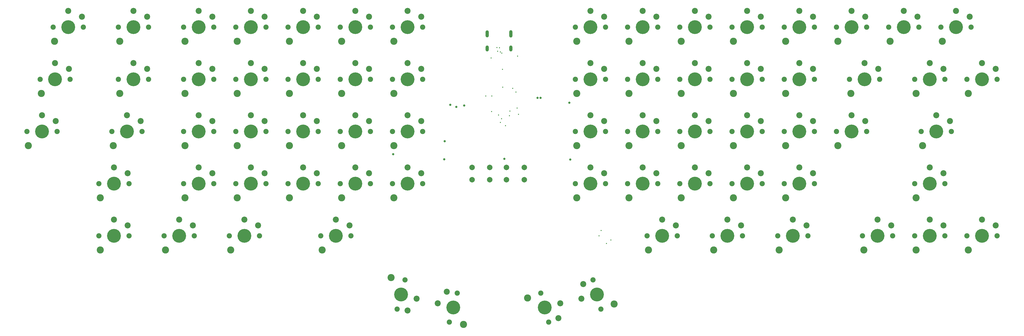
<source format=gbr>
%TF.GenerationSoftware,KiCad,Pcbnew,(6.0.10)*%
%TF.CreationDate,2023-02-07T21:59:56+13:00*%
%TF.ProjectId,orthoCode,6f727468-6f43-46f6-9465-2e6b69636164,rev?*%
%TF.SameCoordinates,Original*%
%TF.FileFunction,Soldermask,Bot*%
%TF.FilePolarity,Negative*%
%FSLAX46Y46*%
G04 Gerber Fmt 4.6, Leading zero omitted, Abs format (unit mm)*
G04 Created by KiCad (PCBNEW (6.0.10)) date 2023-02-07 21:59:56*
%MOMM*%
%LPD*%
G01*
G04 APERTURE LIST*
%ADD10C,2.000000*%
%ADD11C,2.200000*%
%ADD12C,2.600000*%
%ADD13C,5.050000*%
%ADD14C,1.900000*%
%ADD15O,1.200000X2.200000*%
%ADD16O,1.200000X2.700000*%
%ADD17O,1.200000X2.600000*%
%ADD18C,0.800000*%
%ADD19C,0.400000*%
G04 APERTURE END LIST*
D10*
%TO.C,BOOT1*%
X211650000Y-117900000D03*
X205150000Y-117900000D03*
X205150000Y-122400000D03*
X211650000Y-122400000D03*
%TD*%
D11*
%TO.C,K1:8*%
X233160387Y-160460133D03*
X232426038Y-165833282D03*
D12*
X244393613Y-167802961D03*
D13*
X238125000Y-164306250D03*
D14*
X236701495Y-158993658D03*
X239548505Y-169618842D03*
%TD*%
D11*
%TO.C,K1:1*%
X66912500Y-139075000D03*
X61912500Y-136975000D03*
D12*
X56912500Y-148025000D03*
D14*
X56412500Y-142875000D03*
D13*
X61912500Y-142875000D03*
D14*
X67412500Y-142875000D03*
%TD*%
D11*
%TO.C,K1:2*%
X90725000Y-139075000D03*
X85725000Y-136975000D03*
D14*
X80225000Y-142875000D03*
D12*
X80725000Y-148025000D03*
D13*
X85725000Y-142875000D03*
D14*
X91225000Y-142875000D03*
%TD*%
D11*
%TO.C,K1:3*%
X114537500Y-139075000D03*
X109537500Y-136975000D03*
D13*
X109537500Y-142875000D03*
D12*
X104537500Y-148025000D03*
D14*
X115037500Y-142875000D03*
X104037500Y-142875000D03*
%TD*%
D11*
%TO.C,K1:4*%
X147875000Y-139075000D03*
X142875000Y-136975000D03*
D12*
X137875000Y-148025000D03*
D14*
X148375000Y-142875000D03*
D13*
X142875000Y-142875000D03*
D14*
X137375000Y-142875000D03*
%TD*%
D11*
%TO.C,K1:5*%
X169063923Y-170119392D03*
X172386462Y-165833282D03*
D12*
X163007077Y-158143703D03*
D14*
X165263995Y-169618842D03*
D13*
X166687500Y-164306250D03*
D14*
X168111005Y-158993658D03*
%TD*%
D11*
%TO.C,K1:6*%
X183361077Y-163255608D03*
X180038538Y-167541718D03*
D13*
X185737500Y-169068750D03*
D14*
X184313995Y-174381342D03*
D12*
X189417923Y-175231297D03*
D14*
X187161005Y-163756158D03*
%TD*%
D11*
%TO.C,K1:7*%
X224039613Y-172914867D03*
X224773962Y-167541718D03*
D13*
X219075000Y-169068750D03*
D14*
X220498505Y-174381342D03*
D12*
X212806387Y-165572039D03*
D14*
X217651495Y-163756158D03*
%TD*%
D11*
%TO.C,K1:9*%
X266937500Y-139075000D03*
X261937500Y-136975000D03*
D13*
X261937500Y-142875000D03*
D12*
X256937500Y-148025000D03*
D14*
X256437500Y-142875000D03*
X267437500Y-142875000D03*
%TD*%
D11*
%TO.C,K1:10*%
X290750000Y-139075000D03*
X285750000Y-136975000D03*
D13*
X285750000Y-142875000D03*
D12*
X280750000Y-148025000D03*
D14*
X291250000Y-142875000D03*
X280250000Y-142875000D03*
%TD*%
D11*
%TO.C,K1:11*%
X314562500Y-139075000D03*
X309562500Y-136975000D03*
D14*
X315062500Y-142875000D03*
X304062500Y-142875000D03*
D13*
X309562500Y-142875000D03*
D12*
X304562500Y-148025000D03*
%TD*%
D11*
%TO.C,K1:12*%
X345518750Y-139075000D03*
X340518750Y-136975000D03*
D12*
X335518750Y-148025000D03*
D14*
X346018750Y-142875000D03*
X335018750Y-142875000D03*
D13*
X340518750Y-142875000D03*
%TD*%
D11*
%TO.C,K1:13*%
X364568750Y-139075000D03*
X359568750Y-136975000D03*
D12*
X354568750Y-148025000D03*
D13*
X359568750Y-142875000D03*
D14*
X365068750Y-142875000D03*
X354068750Y-142875000D03*
%TD*%
D11*
%TO.C,K1:14*%
X383618750Y-139075000D03*
X378618750Y-136975000D03*
D14*
X373118750Y-142875000D03*
D12*
X373618750Y-148025000D03*
D14*
X384118750Y-142875000D03*
D13*
X378618750Y-142875000D03*
%TD*%
D11*
%TO.C,K2:2*%
X97868750Y-120025000D03*
X92868750Y-117925000D03*
D14*
X98368750Y-123825000D03*
D13*
X92868750Y-123825000D03*
D12*
X87868750Y-128975000D03*
D14*
X87368750Y-123825000D03*
%TD*%
D11*
%TO.C,K2:3*%
X116918750Y-120025000D03*
X111918750Y-117925000D03*
D14*
X117418750Y-123825000D03*
D12*
X106918750Y-128975000D03*
D14*
X106418750Y-123825000D03*
D13*
X111918750Y-123825000D03*
%TD*%
D11*
%TO.C,K2:4*%
X135968750Y-120025000D03*
X130968750Y-117925000D03*
D13*
X130968750Y-123825000D03*
D12*
X125968750Y-128975000D03*
D14*
X125468750Y-123825000D03*
X136468750Y-123825000D03*
%TD*%
D11*
%TO.C,K2:5*%
X155018750Y-120025000D03*
X150018750Y-117925000D03*
D14*
X155518750Y-123825000D03*
D12*
X145018750Y-128975000D03*
D13*
X150018750Y-123825000D03*
D14*
X144518750Y-123825000D03*
%TD*%
D11*
%TO.C,K2:6*%
X174068750Y-120025000D03*
X169068750Y-117925000D03*
D13*
X169068750Y-123825000D03*
D14*
X163568750Y-123825000D03*
X174568750Y-123825000D03*
D12*
X164068750Y-128975000D03*
%TD*%
D11*
%TO.C,K2:7*%
X240743750Y-120025000D03*
X235743750Y-117925000D03*
D14*
X230243750Y-123825000D03*
X241243750Y-123825000D03*
D12*
X230743750Y-128975000D03*
D13*
X235743750Y-123825000D03*
%TD*%
D11*
%TO.C,K2:8*%
X259793750Y-120025000D03*
X254793750Y-117925000D03*
D12*
X249793750Y-128975000D03*
D14*
X260293750Y-123825000D03*
D13*
X254793750Y-123825000D03*
D14*
X249293750Y-123825000D03*
%TD*%
D11*
%TO.C,K2:9*%
X278843750Y-120025000D03*
X273843750Y-117925000D03*
D14*
X268343750Y-123825000D03*
D13*
X273843750Y-123825000D03*
D14*
X279343750Y-123825000D03*
D12*
X268843750Y-128975000D03*
%TD*%
D11*
%TO.C,K2:10*%
X297893750Y-120025000D03*
X292893750Y-117925000D03*
D14*
X298393750Y-123825000D03*
X287393750Y-123825000D03*
D12*
X287893750Y-128975000D03*
D13*
X292893750Y-123825000D03*
%TD*%
D11*
%TO.C,K2:11*%
X316943750Y-120025000D03*
X311943750Y-117925000D03*
D14*
X306443750Y-123825000D03*
X317443750Y-123825000D03*
D12*
X306943750Y-128975000D03*
D13*
X311943750Y-123825000D03*
%TD*%
D11*
%TO.C,K2:13*%
X364568750Y-120025000D03*
X359568750Y-117925000D03*
D12*
X354568750Y-128975000D03*
D13*
X359568750Y-123825000D03*
D14*
X365068750Y-123825000D03*
X354068750Y-123825000D03*
%TD*%
D11*
%TO.C,K3:0*%
X40718750Y-100975000D03*
X35718750Y-98875000D03*
D12*
X30718750Y-109925000D03*
D13*
X35718750Y-104775000D03*
D14*
X30218750Y-104775000D03*
X41218750Y-104775000D03*
%TD*%
D11*
%TO.C,K3:1*%
X71675000Y-100975000D03*
X66675000Y-98875000D03*
D13*
X66675000Y-104775000D03*
D14*
X61175000Y-104775000D03*
X72175000Y-104775000D03*
D12*
X61675000Y-109925000D03*
%TD*%
D11*
%TO.C,K3:2*%
X97868750Y-100975000D03*
X92868750Y-98875000D03*
D14*
X98368750Y-104775000D03*
D13*
X92868750Y-104775000D03*
D12*
X87868750Y-109925000D03*
D14*
X87368750Y-104775000D03*
%TD*%
D11*
%TO.C,K3:3*%
X116918750Y-100975000D03*
X111918750Y-98875000D03*
D14*
X106418750Y-104775000D03*
D13*
X111918750Y-104775000D03*
D14*
X117418750Y-104775000D03*
D12*
X106918750Y-109925000D03*
%TD*%
D11*
%TO.C,K3:4*%
X135968750Y-100975000D03*
X130968750Y-98875000D03*
D13*
X130968750Y-104775000D03*
D14*
X136468750Y-104775000D03*
X125468750Y-104775000D03*
D12*
X125968750Y-109925000D03*
%TD*%
D11*
%TO.C,K3:5*%
X155018750Y-100975000D03*
X150018750Y-98875000D03*
D13*
X150018750Y-104775000D03*
D14*
X144518750Y-104775000D03*
D12*
X145018750Y-109925000D03*
D14*
X155518750Y-104775000D03*
%TD*%
D11*
%TO.C,K3:6*%
X174068750Y-100975000D03*
X169068750Y-98875000D03*
D14*
X174568750Y-104775000D03*
D12*
X164068750Y-109925000D03*
D14*
X163568750Y-104775000D03*
D13*
X169068750Y-104775000D03*
%TD*%
D11*
%TO.C,K3:7*%
X240743750Y-100975000D03*
X235743750Y-98875000D03*
D13*
X235743750Y-104775000D03*
D12*
X230743750Y-109925000D03*
D14*
X241243750Y-104775000D03*
X230243750Y-104775000D03*
%TD*%
D11*
%TO.C,K3:8*%
X259793750Y-100975000D03*
X254793750Y-98875000D03*
D13*
X254793750Y-104775000D03*
D14*
X260293750Y-104775000D03*
X249293750Y-104775000D03*
D12*
X249793750Y-109925000D03*
%TD*%
D11*
%TO.C,K3:9*%
X278843750Y-100975000D03*
X273843750Y-98875000D03*
D14*
X279343750Y-104775000D03*
D12*
X268843750Y-109925000D03*
D14*
X268343750Y-104775000D03*
D13*
X273843750Y-104775000D03*
%TD*%
D11*
%TO.C,K3:10*%
X297893750Y-100975000D03*
X292893750Y-98875000D03*
D14*
X287393750Y-104775000D03*
D12*
X287893750Y-109925000D03*
D13*
X292893750Y-104775000D03*
D14*
X298393750Y-104775000D03*
%TD*%
D11*
%TO.C,K3:11*%
X316943750Y-100975000D03*
X311943750Y-98875000D03*
D13*
X311943750Y-104775000D03*
D14*
X306443750Y-104775000D03*
X317443750Y-104775000D03*
D12*
X306943750Y-109925000D03*
%TD*%
D11*
%TO.C,K3:12*%
X335993750Y-100975000D03*
X330993750Y-98875000D03*
D14*
X336493750Y-104775000D03*
D13*
X330993750Y-104775000D03*
D14*
X325493750Y-104775000D03*
D12*
X325993750Y-109925000D03*
%TD*%
D11*
%TO.C,K3:13*%
X366950000Y-100975000D03*
X361950000Y-98875000D03*
D14*
X367450000Y-104775000D03*
D13*
X361950000Y-104775000D03*
D12*
X356950000Y-109925000D03*
D14*
X356450000Y-104775000D03*
%TD*%
D11*
%TO.C,K4:0*%
X45481250Y-81925000D03*
X40481250Y-79825000D03*
D14*
X45981250Y-85725000D03*
D13*
X40481250Y-85725000D03*
D12*
X35481250Y-90875000D03*
D14*
X34981250Y-85725000D03*
%TD*%
D11*
%TO.C,K4:1*%
X74056250Y-81925000D03*
X69056250Y-79825000D03*
D12*
X64056250Y-90875000D03*
D14*
X63556250Y-85725000D03*
D13*
X69056250Y-85725000D03*
D14*
X74556250Y-85725000D03*
%TD*%
D11*
%TO.C,K4:2*%
X97868750Y-81925000D03*
X92868750Y-79825000D03*
D13*
X92868750Y-85725000D03*
D12*
X87868750Y-90875000D03*
D14*
X87368750Y-85725000D03*
X98368750Y-85725000D03*
%TD*%
D11*
%TO.C,K4:3*%
X116918750Y-81925000D03*
X111918750Y-79825000D03*
D13*
X111918750Y-85725000D03*
D14*
X106418750Y-85725000D03*
D12*
X106918750Y-90875000D03*
D14*
X117418750Y-85725000D03*
%TD*%
D11*
%TO.C,K4:4*%
X135968750Y-81925000D03*
X130968750Y-79825000D03*
D13*
X130968750Y-85725000D03*
D14*
X125468750Y-85725000D03*
X136468750Y-85725000D03*
D12*
X125968750Y-90875000D03*
%TD*%
D11*
%TO.C,K4:5*%
X155018750Y-81925000D03*
X150018750Y-79825000D03*
D13*
X150018750Y-85725000D03*
D14*
X144518750Y-85725000D03*
D12*
X145018750Y-90875000D03*
D14*
X155518750Y-85725000D03*
%TD*%
D11*
%TO.C,K4:6*%
X174068750Y-81925000D03*
X169068750Y-79825000D03*
D14*
X174568750Y-85725000D03*
D13*
X169068750Y-85725000D03*
D12*
X164068750Y-90875000D03*
D14*
X163568750Y-85725000D03*
%TD*%
D11*
%TO.C,K4:7*%
X240743750Y-81925000D03*
X235743750Y-79825000D03*
D13*
X235743750Y-85725000D03*
D14*
X241243750Y-85725000D03*
X230243750Y-85725000D03*
D12*
X230743750Y-90875000D03*
%TD*%
D11*
%TO.C,K4:8*%
X259793750Y-81925000D03*
X254793750Y-79825000D03*
D12*
X249793750Y-90875000D03*
D14*
X249293750Y-85725000D03*
X260293750Y-85725000D03*
D13*
X254793750Y-85725000D03*
%TD*%
D11*
%TO.C,K4:9*%
X278843750Y-81925000D03*
X273843750Y-79825000D03*
D13*
X273843750Y-85725000D03*
D12*
X268843750Y-90875000D03*
D14*
X279343750Y-85725000D03*
X268343750Y-85725000D03*
%TD*%
D11*
%TO.C,K4:10*%
X297893750Y-81925000D03*
X292893750Y-79825000D03*
D14*
X298393750Y-85725000D03*
X287393750Y-85725000D03*
D13*
X292893750Y-85725000D03*
D12*
X287893750Y-90875000D03*
%TD*%
D11*
%TO.C,K4:11*%
X316943750Y-81925000D03*
X311943750Y-79825000D03*
D12*
X306943750Y-90875000D03*
D14*
X306443750Y-85725000D03*
X317443750Y-85725000D03*
D13*
X311943750Y-85725000D03*
%TD*%
D11*
%TO.C,K4:12*%
X340756250Y-81925000D03*
X335756250Y-79825000D03*
D14*
X330256250Y-85725000D03*
D12*
X330756250Y-90875000D03*
D13*
X335756250Y-85725000D03*
D14*
X341256250Y-85725000D03*
%TD*%
D11*
%TO.C,K4:13*%
X364568750Y-81925000D03*
X359568750Y-79825000D03*
D12*
X354568750Y-90875000D03*
D13*
X359568750Y-85725000D03*
D14*
X365068750Y-85725000D03*
X354068750Y-85725000D03*
%TD*%
D11*
%TO.C,K4:14*%
X383618750Y-81925000D03*
X378618750Y-79825000D03*
D13*
X378618750Y-85725000D03*
D12*
X373618750Y-90875000D03*
D14*
X384118750Y-85725000D03*
X373118750Y-85725000D03*
%TD*%
D11*
%TO.C,K5:0*%
X50243750Y-62875000D03*
X45243750Y-60775000D03*
D12*
X40243750Y-71825000D03*
D13*
X45243750Y-66675000D03*
D14*
X39743750Y-66675000D03*
X50743750Y-66675000D03*
%TD*%
D11*
%TO.C,K5:1*%
X74056250Y-62875000D03*
X69056250Y-60775000D03*
D12*
X64056250Y-71825000D03*
D14*
X63556250Y-66675000D03*
D13*
X69056250Y-66675000D03*
D14*
X74556250Y-66675000D03*
%TD*%
D11*
%TO.C,K5:2*%
X97868750Y-62875000D03*
X92868750Y-60775000D03*
D12*
X87868750Y-71825000D03*
D14*
X98368750Y-66675000D03*
X87368750Y-66675000D03*
D13*
X92868750Y-66675000D03*
%TD*%
D11*
%TO.C,K5:3*%
X116918750Y-62875000D03*
X111918750Y-60775000D03*
D12*
X106918750Y-71825000D03*
D13*
X111918750Y-66675000D03*
D14*
X106418750Y-66675000D03*
X117418750Y-66675000D03*
%TD*%
D11*
%TO.C,K5:4*%
X135968750Y-62875000D03*
X130968750Y-60775000D03*
D14*
X136468750Y-66675000D03*
D13*
X130968750Y-66675000D03*
D12*
X125968750Y-71825000D03*
D14*
X125468750Y-66675000D03*
%TD*%
D11*
%TO.C,K5:5*%
X155018750Y-62875000D03*
X150018750Y-60775000D03*
D12*
X145018750Y-71825000D03*
D14*
X144518750Y-66675000D03*
D13*
X150018750Y-66675000D03*
D14*
X155518750Y-66675000D03*
%TD*%
D11*
%TO.C,K5:6*%
X174068750Y-62875000D03*
X169068750Y-60775000D03*
D14*
X163568750Y-66675000D03*
D13*
X169068750Y-66675000D03*
D14*
X174568750Y-66675000D03*
D12*
X164068750Y-71825000D03*
%TD*%
D11*
%TO.C,K5:7*%
X240743750Y-62875000D03*
X235743750Y-60775000D03*
D14*
X241243750Y-66675000D03*
D13*
X235743750Y-66675000D03*
D12*
X230743750Y-71825000D03*
D14*
X230243750Y-66675000D03*
%TD*%
D11*
%TO.C,K5:8*%
X259793750Y-62875000D03*
X254793750Y-60775000D03*
D13*
X254793750Y-66675000D03*
D12*
X249793750Y-71825000D03*
D14*
X249293750Y-66675000D03*
X260293750Y-66675000D03*
%TD*%
D11*
%TO.C,K5:9*%
X278843750Y-62875000D03*
X273843750Y-60775000D03*
D14*
X268343750Y-66675000D03*
X279343750Y-66675000D03*
D13*
X273843750Y-66675000D03*
D12*
X268843750Y-71825000D03*
%TD*%
D11*
%TO.C,K5:10*%
X297893750Y-62875000D03*
X292893750Y-60775000D03*
D12*
X287893750Y-71825000D03*
D13*
X292893750Y-66675000D03*
D14*
X287393750Y-66675000D03*
X298393750Y-66675000D03*
%TD*%
D11*
%TO.C,K5:11*%
X316943750Y-62875000D03*
X311943750Y-60775000D03*
D13*
X311943750Y-66675000D03*
D12*
X306943750Y-71825000D03*
D14*
X306443750Y-66675000D03*
X317443750Y-66675000D03*
%TD*%
D11*
%TO.C,K5:12*%
X335993750Y-62875000D03*
X330993750Y-60775000D03*
D12*
X325993750Y-71825000D03*
D13*
X330993750Y-66675000D03*
D14*
X325493750Y-66675000D03*
X336493750Y-66675000D03*
%TD*%
D11*
%TO.C,K5:13*%
X355043750Y-62875000D03*
X350043750Y-60775000D03*
D12*
X345043750Y-71825000D03*
D14*
X355543750Y-66675000D03*
X344543750Y-66675000D03*
D13*
X350043750Y-66675000D03*
%TD*%
D11*
%TO.C,K5:14*%
X374093750Y-62875000D03*
X369093750Y-60775000D03*
D14*
X374593750Y-66675000D03*
X363593750Y-66675000D03*
D12*
X364093750Y-71825000D03*
D13*
X369093750Y-66675000D03*
%TD*%
D10*
%TO.C,RESET1*%
X192550000Y-122400000D03*
X199050000Y-122400000D03*
X199050000Y-117900000D03*
X192550000Y-117900000D03*
%TD*%
D11*
%TO.C,K2:1*%
X66912500Y-120025000D03*
X61912500Y-117925000D03*
D14*
X56412500Y-123825000D03*
X67412500Y-123825000D03*
D13*
X61912500Y-123825000D03*
D12*
X56912500Y-128975000D03*
%TD*%
D15*
%TO.C,USB1*%
X206720000Y-74472500D03*
X198080000Y-74472500D03*
D16*
X206720000Y-69112500D03*
D17*
X198080000Y-69112500D03*
%TD*%
D18*
X163800000Y-113100000D03*
X182600000Y-108300000D03*
D19*
X243200000Y-144400000D03*
X239700000Y-140900000D03*
X206200000Y-99000000D03*
X238900000Y-142900000D03*
X206350000Y-97300000D03*
X241600000Y-145700000D03*
X209500000Y-98500000D03*
X199800000Y-91800000D03*
X199700000Y-97500000D03*
D18*
X182400000Y-114900000D03*
X204386500Y-114786500D03*
X228400000Y-115000000D03*
D19*
X204800000Y-102700000D03*
D18*
X184600000Y-95000000D03*
X228100000Y-94300000D03*
X217600000Y-92500000D03*
X186800000Y-95800000D03*
D19*
X202900000Y-101500000D03*
X203300000Y-100100000D03*
D18*
X189700000Y-95300000D03*
X216500000Y-92500000D03*
D19*
X209000000Y-96200000D03*
X208600000Y-90400000D03*
X202200000Y-98800000D03*
X207400000Y-89000000D03*
X197600000Y-91800000D03*
X203800000Y-88600000D03*
X209200000Y-77300000D03*
X203400000Y-76200000D03*
X201639456Y-74143143D03*
X199500000Y-77900000D03*
X201900000Y-75500000D03*
X202600000Y-74200000D03*
X202900000Y-75700000D03*
X203700000Y-82100000D03*
M02*

</source>
